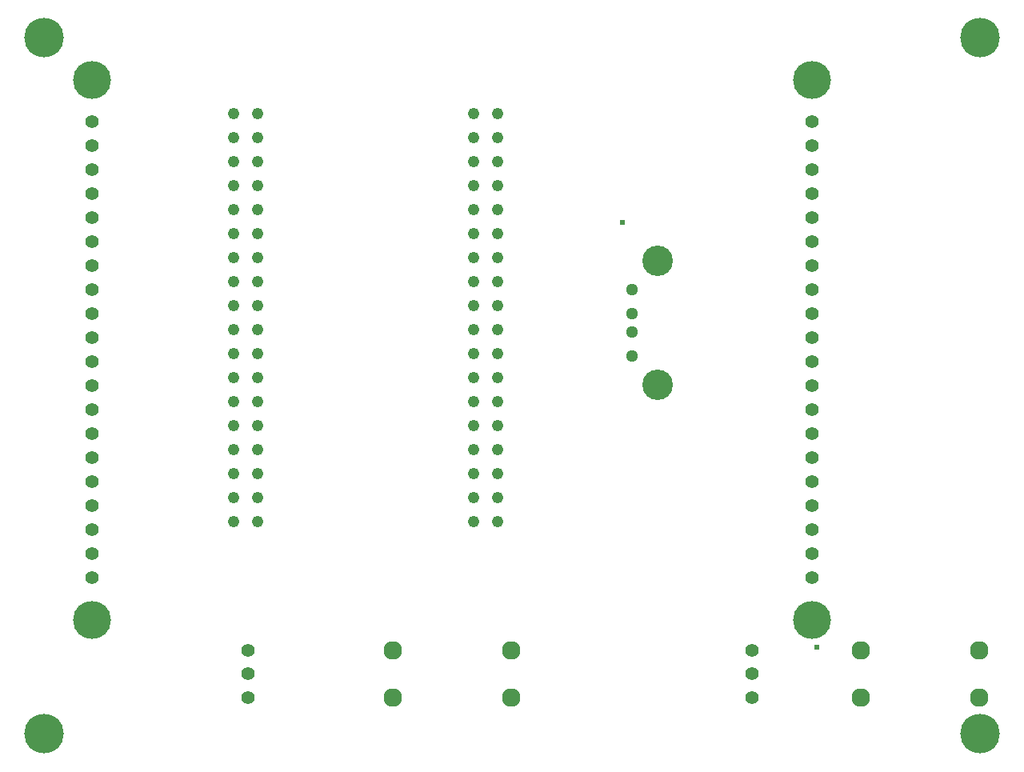
<source format=gbr>
G04 EAGLE Gerber RS-274X export*
G75*
%MOMM*%
%FSLAX34Y34*%
%LPD*%
%INCopper Layer 2*%
%IPPOS*%
%AMOC8*
5,1,8,0,0,1.08239X$1,22.5*%
G01*
%ADD10C,1.400000*%
%ADD11C,4.016000*%
%ADD12C,1.288000*%
%ADD13C,3.220000*%
%ADD14C,4.191000*%
%ADD15C,1.960000*%
%ADD16C,1.244600*%
%ADD17C,0.609600*%


D10*
X88900Y203200D03*
X88900Y228600D03*
X88900Y254000D03*
X88900Y279400D03*
X88900Y304800D03*
X88900Y330200D03*
X88900Y355600D03*
X88900Y381000D03*
X88900Y406400D03*
X88900Y431800D03*
X88900Y457200D03*
X88900Y482600D03*
X88900Y508000D03*
X88900Y533400D03*
X88900Y558800D03*
X88900Y584200D03*
X88900Y609600D03*
X88900Y635000D03*
X88900Y660400D03*
X88900Y685800D03*
X850900Y203200D03*
X850900Y228600D03*
X850900Y254000D03*
X850900Y279400D03*
X850900Y304800D03*
X850900Y330200D03*
X850900Y355600D03*
X850900Y381000D03*
X850900Y406400D03*
X850900Y431800D03*
X850900Y457200D03*
X850900Y482600D03*
X850900Y508000D03*
X850900Y533400D03*
X850900Y558800D03*
X850900Y584200D03*
X850900Y609600D03*
X850900Y635000D03*
X850900Y660400D03*
X850900Y685800D03*
D11*
X850900Y158750D03*
X850900Y730250D03*
X88900Y158750D03*
X88900Y730250D03*
D12*
X660400Y508000D03*
X660400Y483000D03*
X660400Y463000D03*
X660400Y438000D03*
D13*
X687500Y538700D03*
X687500Y407300D03*
D14*
X1028700Y774700D03*
X1028700Y38100D03*
X38100Y774700D03*
X38100Y38100D03*
D10*
X254000Y76600D03*
X254000Y101600D03*
X254000Y126600D03*
X787400Y76600D03*
X787400Y101600D03*
X787400Y126600D03*
D15*
X532400Y126600D03*
X532400Y76600D03*
X407400Y76600D03*
X407400Y126600D03*
X1027700Y126600D03*
X1027700Y76600D03*
X902700Y76600D03*
X902700Y126600D03*
D16*
X238500Y262300D03*
X263900Y262300D03*
X238500Y287700D03*
X263900Y287700D03*
X238500Y313100D03*
X263900Y313100D03*
X238500Y338500D03*
X263900Y338500D03*
X238500Y363900D03*
X263900Y363900D03*
X238500Y389300D03*
X263900Y389300D03*
X238500Y414700D03*
X263900Y414700D03*
X238500Y440100D03*
X263900Y440100D03*
X238500Y465500D03*
X263900Y465500D03*
X238500Y490900D03*
X263900Y490900D03*
X238500Y516300D03*
X263900Y516300D03*
X238500Y541700D03*
X263900Y541700D03*
X238500Y567100D03*
X263900Y567100D03*
X238500Y592500D03*
X263900Y592500D03*
X238500Y617900D03*
X263900Y617900D03*
X238500Y643300D03*
X263900Y643300D03*
X238500Y668700D03*
X263900Y668700D03*
X238500Y694100D03*
X263900Y694100D03*
X492500Y262300D03*
X517900Y262300D03*
X492500Y287700D03*
X517900Y287700D03*
X492500Y313100D03*
X517900Y313100D03*
X492500Y338500D03*
X517900Y338500D03*
X492500Y363900D03*
X517900Y363900D03*
X492500Y389300D03*
X517900Y389300D03*
X492500Y414700D03*
X517900Y414700D03*
X492500Y440100D03*
X517900Y440100D03*
X492500Y465500D03*
X517900Y465500D03*
X492500Y490900D03*
X517900Y490900D03*
X492500Y516300D03*
X517900Y516300D03*
X492500Y541700D03*
X517900Y541700D03*
X492500Y567100D03*
X517900Y567100D03*
X492500Y592500D03*
X517900Y592500D03*
X492500Y617900D03*
X517900Y617900D03*
X492500Y643300D03*
X517900Y643300D03*
X492500Y668700D03*
X517900Y668700D03*
X492500Y694100D03*
X517900Y694100D03*
D17*
X855980Y129540D03*
X650240Y579120D03*
M02*

</source>
